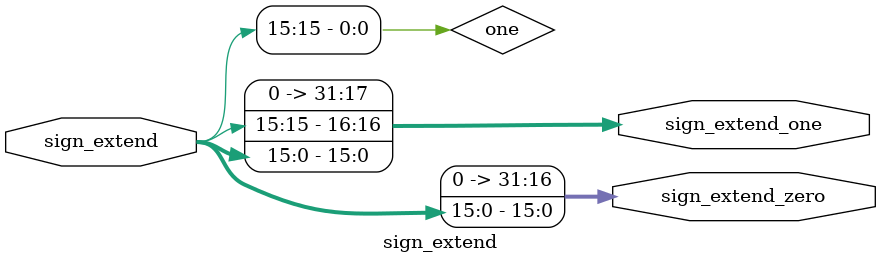
<source format=v>
`timescale 1ns / 1ps


module sign_extend(
input [15:0]sign_extend,
output [31:0]sign_extend_zero,
output [31:0]sign_extend_one
    );
parameter zero = 16'b0; //16λ0
wire one = {16{sign_extend[15]}};
assign sign_extend_zero = {zero, sign_extend};
assign sign_extend_one = {one, sign_extend};
endmodule   


</source>
